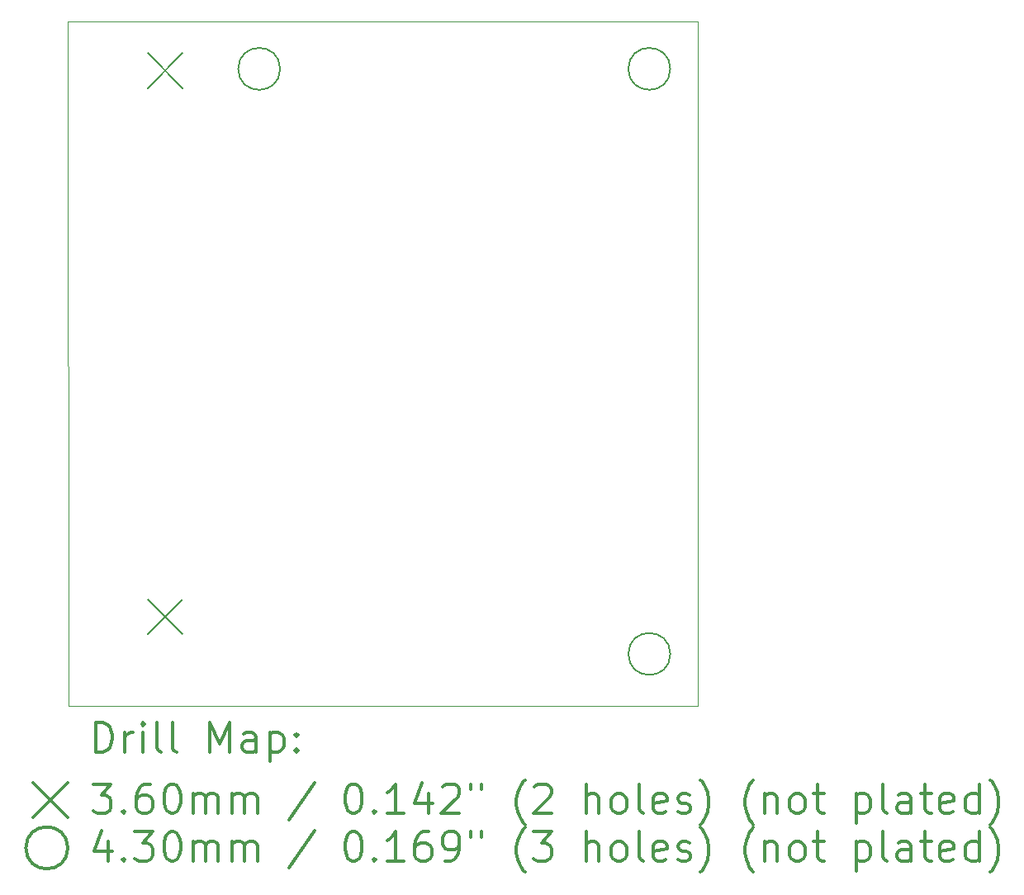
<source format=gbr>
%FSLAX45Y45*%
G04 Gerber Fmt 4.5, Leading zero omitted, Abs format (unit mm)*
G04 Created by KiCad (PCBNEW (5.1.6-0-10_14)) date 2020-08-18 22:59:48*
%MOMM*%
%LPD*%
G01*
G04 APERTURE LIST*
%TA.AperFunction,Profile*%
%ADD10C,0.050000*%
%TD*%
%ADD11C,0.200000*%
%ADD12C,0.300000*%
G04 APERTURE END LIST*
D10*
X17376140Y-6273810D02*
X10922000Y-6273800D01*
X17376140Y-13292160D02*
X17376140Y-6273810D01*
X10926140Y-13290810D02*
X17376140Y-13292160D01*
X10922000Y-6273800D02*
X10926140Y-13290810D01*
D11*
X11736280Y-6595810D02*
X12096280Y-6955810D01*
X12096280Y-6595810D02*
X11736280Y-6955810D01*
X11736280Y-12195810D02*
X12096280Y-12555810D01*
X12096280Y-12195810D02*
X11736280Y-12555810D01*
X13096480Y-6756410D02*
G75*
G03*
X13096480Y-6756410I-215000J0D01*
G01*
X17096480Y-6756410D02*
G75*
G03*
X17096480Y-6756410I-215000J0D01*
G01*
X17096480Y-12756410D02*
G75*
G03*
X17096480Y-12756410I-215000J0D01*
G01*
D12*
X11205928Y-13760374D02*
X11205928Y-13460374D01*
X11277357Y-13460374D01*
X11320214Y-13474660D01*
X11348786Y-13503231D01*
X11363071Y-13531803D01*
X11377357Y-13588946D01*
X11377357Y-13631803D01*
X11363071Y-13688946D01*
X11348786Y-13717517D01*
X11320214Y-13746089D01*
X11277357Y-13760374D01*
X11205928Y-13760374D01*
X11505928Y-13760374D02*
X11505928Y-13560374D01*
X11505928Y-13617517D02*
X11520214Y-13588946D01*
X11534500Y-13574660D01*
X11563071Y-13560374D01*
X11591643Y-13560374D01*
X11691643Y-13760374D02*
X11691643Y-13560374D01*
X11691643Y-13460374D02*
X11677357Y-13474660D01*
X11691643Y-13488946D01*
X11705928Y-13474660D01*
X11691643Y-13460374D01*
X11691643Y-13488946D01*
X11877357Y-13760374D02*
X11848786Y-13746089D01*
X11834500Y-13717517D01*
X11834500Y-13460374D01*
X12034500Y-13760374D02*
X12005928Y-13746089D01*
X11991643Y-13717517D01*
X11991643Y-13460374D01*
X12377357Y-13760374D02*
X12377357Y-13460374D01*
X12477357Y-13674660D01*
X12577357Y-13460374D01*
X12577357Y-13760374D01*
X12848786Y-13760374D02*
X12848786Y-13603231D01*
X12834500Y-13574660D01*
X12805928Y-13560374D01*
X12748786Y-13560374D01*
X12720214Y-13574660D01*
X12848786Y-13746089D02*
X12820214Y-13760374D01*
X12748786Y-13760374D01*
X12720214Y-13746089D01*
X12705928Y-13717517D01*
X12705928Y-13688946D01*
X12720214Y-13660374D01*
X12748786Y-13646089D01*
X12820214Y-13646089D01*
X12848786Y-13631803D01*
X12991643Y-13560374D02*
X12991643Y-13860374D01*
X12991643Y-13574660D02*
X13020214Y-13560374D01*
X13077357Y-13560374D01*
X13105928Y-13574660D01*
X13120214Y-13588946D01*
X13134500Y-13617517D01*
X13134500Y-13703231D01*
X13120214Y-13731803D01*
X13105928Y-13746089D01*
X13077357Y-13760374D01*
X13020214Y-13760374D01*
X12991643Y-13746089D01*
X13263071Y-13731803D02*
X13277357Y-13746089D01*
X13263071Y-13760374D01*
X13248786Y-13746089D01*
X13263071Y-13731803D01*
X13263071Y-13760374D01*
X13263071Y-13574660D02*
X13277357Y-13588946D01*
X13263071Y-13603231D01*
X13248786Y-13588946D01*
X13263071Y-13574660D01*
X13263071Y-13603231D01*
X10559500Y-14074660D02*
X10919500Y-14434660D01*
X10919500Y-14074660D02*
X10559500Y-14434660D01*
X11177357Y-14090374D02*
X11363071Y-14090374D01*
X11263071Y-14204660D01*
X11305928Y-14204660D01*
X11334500Y-14218946D01*
X11348786Y-14233231D01*
X11363071Y-14261803D01*
X11363071Y-14333231D01*
X11348786Y-14361803D01*
X11334500Y-14376089D01*
X11305928Y-14390374D01*
X11220214Y-14390374D01*
X11191643Y-14376089D01*
X11177357Y-14361803D01*
X11491643Y-14361803D02*
X11505928Y-14376089D01*
X11491643Y-14390374D01*
X11477357Y-14376089D01*
X11491643Y-14361803D01*
X11491643Y-14390374D01*
X11763071Y-14090374D02*
X11705928Y-14090374D01*
X11677357Y-14104660D01*
X11663071Y-14118946D01*
X11634500Y-14161803D01*
X11620214Y-14218946D01*
X11620214Y-14333231D01*
X11634500Y-14361803D01*
X11648786Y-14376089D01*
X11677357Y-14390374D01*
X11734500Y-14390374D01*
X11763071Y-14376089D01*
X11777357Y-14361803D01*
X11791643Y-14333231D01*
X11791643Y-14261803D01*
X11777357Y-14233231D01*
X11763071Y-14218946D01*
X11734500Y-14204660D01*
X11677357Y-14204660D01*
X11648786Y-14218946D01*
X11634500Y-14233231D01*
X11620214Y-14261803D01*
X11977357Y-14090374D02*
X12005928Y-14090374D01*
X12034500Y-14104660D01*
X12048786Y-14118946D01*
X12063071Y-14147517D01*
X12077357Y-14204660D01*
X12077357Y-14276089D01*
X12063071Y-14333231D01*
X12048786Y-14361803D01*
X12034500Y-14376089D01*
X12005928Y-14390374D01*
X11977357Y-14390374D01*
X11948786Y-14376089D01*
X11934500Y-14361803D01*
X11920214Y-14333231D01*
X11905928Y-14276089D01*
X11905928Y-14204660D01*
X11920214Y-14147517D01*
X11934500Y-14118946D01*
X11948786Y-14104660D01*
X11977357Y-14090374D01*
X12205928Y-14390374D02*
X12205928Y-14190374D01*
X12205928Y-14218946D02*
X12220214Y-14204660D01*
X12248786Y-14190374D01*
X12291643Y-14190374D01*
X12320214Y-14204660D01*
X12334500Y-14233231D01*
X12334500Y-14390374D01*
X12334500Y-14233231D02*
X12348786Y-14204660D01*
X12377357Y-14190374D01*
X12420214Y-14190374D01*
X12448786Y-14204660D01*
X12463071Y-14233231D01*
X12463071Y-14390374D01*
X12605928Y-14390374D02*
X12605928Y-14190374D01*
X12605928Y-14218946D02*
X12620214Y-14204660D01*
X12648786Y-14190374D01*
X12691643Y-14190374D01*
X12720214Y-14204660D01*
X12734500Y-14233231D01*
X12734500Y-14390374D01*
X12734500Y-14233231D02*
X12748786Y-14204660D01*
X12777357Y-14190374D01*
X12820214Y-14190374D01*
X12848786Y-14204660D01*
X12863071Y-14233231D01*
X12863071Y-14390374D01*
X13448786Y-14076089D02*
X13191643Y-14461803D01*
X13834500Y-14090374D02*
X13863071Y-14090374D01*
X13891643Y-14104660D01*
X13905928Y-14118946D01*
X13920214Y-14147517D01*
X13934500Y-14204660D01*
X13934500Y-14276089D01*
X13920214Y-14333231D01*
X13905928Y-14361803D01*
X13891643Y-14376089D01*
X13863071Y-14390374D01*
X13834500Y-14390374D01*
X13805928Y-14376089D01*
X13791643Y-14361803D01*
X13777357Y-14333231D01*
X13763071Y-14276089D01*
X13763071Y-14204660D01*
X13777357Y-14147517D01*
X13791643Y-14118946D01*
X13805928Y-14104660D01*
X13834500Y-14090374D01*
X14063071Y-14361803D02*
X14077357Y-14376089D01*
X14063071Y-14390374D01*
X14048786Y-14376089D01*
X14063071Y-14361803D01*
X14063071Y-14390374D01*
X14363071Y-14390374D02*
X14191643Y-14390374D01*
X14277357Y-14390374D02*
X14277357Y-14090374D01*
X14248786Y-14133231D01*
X14220214Y-14161803D01*
X14191643Y-14176089D01*
X14620214Y-14190374D02*
X14620214Y-14390374D01*
X14548786Y-14076089D02*
X14477357Y-14290374D01*
X14663071Y-14290374D01*
X14763071Y-14118946D02*
X14777357Y-14104660D01*
X14805928Y-14090374D01*
X14877357Y-14090374D01*
X14905928Y-14104660D01*
X14920214Y-14118946D01*
X14934500Y-14147517D01*
X14934500Y-14176089D01*
X14920214Y-14218946D01*
X14748786Y-14390374D01*
X14934500Y-14390374D01*
X15048786Y-14090374D02*
X15048786Y-14147517D01*
X15163071Y-14090374D02*
X15163071Y-14147517D01*
X15605928Y-14504660D02*
X15591643Y-14490374D01*
X15563071Y-14447517D01*
X15548786Y-14418946D01*
X15534500Y-14376089D01*
X15520214Y-14304660D01*
X15520214Y-14247517D01*
X15534500Y-14176089D01*
X15548786Y-14133231D01*
X15563071Y-14104660D01*
X15591643Y-14061803D01*
X15605928Y-14047517D01*
X15705928Y-14118946D02*
X15720214Y-14104660D01*
X15748786Y-14090374D01*
X15820214Y-14090374D01*
X15848786Y-14104660D01*
X15863071Y-14118946D01*
X15877357Y-14147517D01*
X15877357Y-14176089D01*
X15863071Y-14218946D01*
X15691643Y-14390374D01*
X15877357Y-14390374D01*
X16234500Y-14390374D02*
X16234500Y-14090374D01*
X16363071Y-14390374D02*
X16363071Y-14233231D01*
X16348786Y-14204660D01*
X16320214Y-14190374D01*
X16277357Y-14190374D01*
X16248786Y-14204660D01*
X16234500Y-14218946D01*
X16548786Y-14390374D02*
X16520214Y-14376089D01*
X16505928Y-14361803D01*
X16491643Y-14333231D01*
X16491643Y-14247517D01*
X16505928Y-14218946D01*
X16520214Y-14204660D01*
X16548786Y-14190374D01*
X16591643Y-14190374D01*
X16620214Y-14204660D01*
X16634500Y-14218946D01*
X16648786Y-14247517D01*
X16648786Y-14333231D01*
X16634500Y-14361803D01*
X16620214Y-14376089D01*
X16591643Y-14390374D01*
X16548786Y-14390374D01*
X16820214Y-14390374D02*
X16791643Y-14376089D01*
X16777357Y-14347517D01*
X16777357Y-14090374D01*
X17048786Y-14376089D02*
X17020214Y-14390374D01*
X16963071Y-14390374D01*
X16934500Y-14376089D01*
X16920214Y-14347517D01*
X16920214Y-14233231D01*
X16934500Y-14204660D01*
X16963071Y-14190374D01*
X17020214Y-14190374D01*
X17048786Y-14204660D01*
X17063071Y-14233231D01*
X17063071Y-14261803D01*
X16920214Y-14290374D01*
X17177357Y-14376089D02*
X17205928Y-14390374D01*
X17263071Y-14390374D01*
X17291643Y-14376089D01*
X17305928Y-14347517D01*
X17305928Y-14333231D01*
X17291643Y-14304660D01*
X17263071Y-14290374D01*
X17220214Y-14290374D01*
X17191643Y-14276089D01*
X17177357Y-14247517D01*
X17177357Y-14233231D01*
X17191643Y-14204660D01*
X17220214Y-14190374D01*
X17263071Y-14190374D01*
X17291643Y-14204660D01*
X17405928Y-14504660D02*
X17420214Y-14490374D01*
X17448786Y-14447517D01*
X17463071Y-14418946D01*
X17477357Y-14376089D01*
X17491643Y-14304660D01*
X17491643Y-14247517D01*
X17477357Y-14176089D01*
X17463071Y-14133231D01*
X17448786Y-14104660D01*
X17420214Y-14061803D01*
X17405928Y-14047517D01*
X17948786Y-14504660D02*
X17934500Y-14490374D01*
X17905928Y-14447517D01*
X17891643Y-14418946D01*
X17877357Y-14376089D01*
X17863071Y-14304660D01*
X17863071Y-14247517D01*
X17877357Y-14176089D01*
X17891643Y-14133231D01*
X17905928Y-14104660D01*
X17934500Y-14061803D01*
X17948786Y-14047517D01*
X18063071Y-14190374D02*
X18063071Y-14390374D01*
X18063071Y-14218946D02*
X18077357Y-14204660D01*
X18105928Y-14190374D01*
X18148786Y-14190374D01*
X18177357Y-14204660D01*
X18191643Y-14233231D01*
X18191643Y-14390374D01*
X18377357Y-14390374D02*
X18348786Y-14376089D01*
X18334500Y-14361803D01*
X18320214Y-14333231D01*
X18320214Y-14247517D01*
X18334500Y-14218946D01*
X18348786Y-14204660D01*
X18377357Y-14190374D01*
X18420214Y-14190374D01*
X18448786Y-14204660D01*
X18463071Y-14218946D01*
X18477357Y-14247517D01*
X18477357Y-14333231D01*
X18463071Y-14361803D01*
X18448786Y-14376089D01*
X18420214Y-14390374D01*
X18377357Y-14390374D01*
X18563071Y-14190374D02*
X18677357Y-14190374D01*
X18605928Y-14090374D02*
X18605928Y-14347517D01*
X18620214Y-14376089D01*
X18648786Y-14390374D01*
X18677357Y-14390374D01*
X19005928Y-14190374D02*
X19005928Y-14490374D01*
X19005928Y-14204660D02*
X19034500Y-14190374D01*
X19091643Y-14190374D01*
X19120214Y-14204660D01*
X19134500Y-14218946D01*
X19148786Y-14247517D01*
X19148786Y-14333231D01*
X19134500Y-14361803D01*
X19120214Y-14376089D01*
X19091643Y-14390374D01*
X19034500Y-14390374D01*
X19005928Y-14376089D01*
X19320214Y-14390374D02*
X19291643Y-14376089D01*
X19277357Y-14347517D01*
X19277357Y-14090374D01*
X19563071Y-14390374D02*
X19563071Y-14233231D01*
X19548786Y-14204660D01*
X19520214Y-14190374D01*
X19463071Y-14190374D01*
X19434500Y-14204660D01*
X19563071Y-14376089D02*
X19534500Y-14390374D01*
X19463071Y-14390374D01*
X19434500Y-14376089D01*
X19420214Y-14347517D01*
X19420214Y-14318946D01*
X19434500Y-14290374D01*
X19463071Y-14276089D01*
X19534500Y-14276089D01*
X19563071Y-14261803D01*
X19663071Y-14190374D02*
X19777357Y-14190374D01*
X19705928Y-14090374D02*
X19705928Y-14347517D01*
X19720214Y-14376089D01*
X19748786Y-14390374D01*
X19777357Y-14390374D01*
X19991643Y-14376089D02*
X19963071Y-14390374D01*
X19905928Y-14390374D01*
X19877357Y-14376089D01*
X19863071Y-14347517D01*
X19863071Y-14233231D01*
X19877357Y-14204660D01*
X19905928Y-14190374D01*
X19963071Y-14190374D01*
X19991643Y-14204660D01*
X20005928Y-14233231D01*
X20005928Y-14261803D01*
X19863071Y-14290374D01*
X20263071Y-14390374D02*
X20263071Y-14090374D01*
X20263071Y-14376089D02*
X20234500Y-14390374D01*
X20177357Y-14390374D01*
X20148786Y-14376089D01*
X20134500Y-14361803D01*
X20120214Y-14333231D01*
X20120214Y-14247517D01*
X20134500Y-14218946D01*
X20148786Y-14204660D01*
X20177357Y-14190374D01*
X20234500Y-14190374D01*
X20263071Y-14204660D01*
X20377357Y-14504660D02*
X20391643Y-14490374D01*
X20420214Y-14447517D01*
X20434500Y-14418946D01*
X20448786Y-14376089D01*
X20463071Y-14304660D01*
X20463071Y-14247517D01*
X20448786Y-14176089D01*
X20434500Y-14133231D01*
X20420214Y-14104660D01*
X20391643Y-14061803D01*
X20377357Y-14047517D01*
X10919500Y-14744660D02*
G75*
G03*
X10919500Y-14744660I-215000J0D01*
G01*
X11334500Y-14680374D02*
X11334500Y-14880374D01*
X11263071Y-14566089D02*
X11191643Y-14780374D01*
X11377357Y-14780374D01*
X11491643Y-14851803D02*
X11505928Y-14866089D01*
X11491643Y-14880374D01*
X11477357Y-14866089D01*
X11491643Y-14851803D01*
X11491643Y-14880374D01*
X11605928Y-14580374D02*
X11791643Y-14580374D01*
X11691643Y-14694660D01*
X11734500Y-14694660D01*
X11763071Y-14708946D01*
X11777357Y-14723231D01*
X11791643Y-14751803D01*
X11791643Y-14823231D01*
X11777357Y-14851803D01*
X11763071Y-14866089D01*
X11734500Y-14880374D01*
X11648786Y-14880374D01*
X11620214Y-14866089D01*
X11605928Y-14851803D01*
X11977357Y-14580374D02*
X12005928Y-14580374D01*
X12034500Y-14594660D01*
X12048786Y-14608946D01*
X12063071Y-14637517D01*
X12077357Y-14694660D01*
X12077357Y-14766089D01*
X12063071Y-14823231D01*
X12048786Y-14851803D01*
X12034500Y-14866089D01*
X12005928Y-14880374D01*
X11977357Y-14880374D01*
X11948786Y-14866089D01*
X11934500Y-14851803D01*
X11920214Y-14823231D01*
X11905928Y-14766089D01*
X11905928Y-14694660D01*
X11920214Y-14637517D01*
X11934500Y-14608946D01*
X11948786Y-14594660D01*
X11977357Y-14580374D01*
X12205928Y-14880374D02*
X12205928Y-14680374D01*
X12205928Y-14708946D02*
X12220214Y-14694660D01*
X12248786Y-14680374D01*
X12291643Y-14680374D01*
X12320214Y-14694660D01*
X12334500Y-14723231D01*
X12334500Y-14880374D01*
X12334500Y-14723231D02*
X12348786Y-14694660D01*
X12377357Y-14680374D01*
X12420214Y-14680374D01*
X12448786Y-14694660D01*
X12463071Y-14723231D01*
X12463071Y-14880374D01*
X12605928Y-14880374D02*
X12605928Y-14680374D01*
X12605928Y-14708946D02*
X12620214Y-14694660D01*
X12648786Y-14680374D01*
X12691643Y-14680374D01*
X12720214Y-14694660D01*
X12734500Y-14723231D01*
X12734500Y-14880374D01*
X12734500Y-14723231D02*
X12748786Y-14694660D01*
X12777357Y-14680374D01*
X12820214Y-14680374D01*
X12848786Y-14694660D01*
X12863071Y-14723231D01*
X12863071Y-14880374D01*
X13448786Y-14566089D02*
X13191643Y-14951803D01*
X13834500Y-14580374D02*
X13863071Y-14580374D01*
X13891643Y-14594660D01*
X13905928Y-14608946D01*
X13920214Y-14637517D01*
X13934500Y-14694660D01*
X13934500Y-14766089D01*
X13920214Y-14823231D01*
X13905928Y-14851803D01*
X13891643Y-14866089D01*
X13863071Y-14880374D01*
X13834500Y-14880374D01*
X13805928Y-14866089D01*
X13791643Y-14851803D01*
X13777357Y-14823231D01*
X13763071Y-14766089D01*
X13763071Y-14694660D01*
X13777357Y-14637517D01*
X13791643Y-14608946D01*
X13805928Y-14594660D01*
X13834500Y-14580374D01*
X14063071Y-14851803D02*
X14077357Y-14866089D01*
X14063071Y-14880374D01*
X14048786Y-14866089D01*
X14063071Y-14851803D01*
X14063071Y-14880374D01*
X14363071Y-14880374D02*
X14191643Y-14880374D01*
X14277357Y-14880374D02*
X14277357Y-14580374D01*
X14248786Y-14623231D01*
X14220214Y-14651803D01*
X14191643Y-14666089D01*
X14620214Y-14580374D02*
X14563071Y-14580374D01*
X14534500Y-14594660D01*
X14520214Y-14608946D01*
X14491643Y-14651803D01*
X14477357Y-14708946D01*
X14477357Y-14823231D01*
X14491643Y-14851803D01*
X14505928Y-14866089D01*
X14534500Y-14880374D01*
X14591643Y-14880374D01*
X14620214Y-14866089D01*
X14634500Y-14851803D01*
X14648786Y-14823231D01*
X14648786Y-14751803D01*
X14634500Y-14723231D01*
X14620214Y-14708946D01*
X14591643Y-14694660D01*
X14534500Y-14694660D01*
X14505928Y-14708946D01*
X14491643Y-14723231D01*
X14477357Y-14751803D01*
X14791643Y-14880374D02*
X14848786Y-14880374D01*
X14877357Y-14866089D01*
X14891643Y-14851803D01*
X14920214Y-14808946D01*
X14934500Y-14751803D01*
X14934500Y-14637517D01*
X14920214Y-14608946D01*
X14905928Y-14594660D01*
X14877357Y-14580374D01*
X14820214Y-14580374D01*
X14791643Y-14594660D01*
X14777357Y-14608946D01*
X14763071Y-14637517D01*
X14763071Y-14708946D01*
X14777357Y-14737517D01*
X14791643Y-14751803D01*
X14820214Y-14766089D01*
X14877357Y-14766089D01*
X14905928Y-14751803D01*
X14920214Y-14737517D01*
X14934500Y-14708946D01*
X15048786Y-14580374D02*
X15048786Y-14637517D01*
X15163071Y-14580374D02*
X15163071Y-14637517D01*
X15605928Y-14994660D02*
X15591643Y-14980374D01*
X15563071Y-14937517D01*
X15548786Y-14908946D01*
X15534500Y-14866089D01*
X15520214Y-14794660D01*
X15520214Y-14737517D01*
X15534500Y-14666089D01*
X15548786Y-14623231D01*
X15563071Y-14594660D01*
X15591643Y-14551803D01*
X15605928Y-14537517D01*
X15691643Y-14580374D02*
X15877357Y-14580374D01*
X15777357Y-14694660D01*
X15820214Y-14694660D01*
X15848786Y-14708946D01*
X15863071Y-14723231D01*
X15877357Y-14751803D01*
X15877357Y-14823231D01*
X15863071Y-14851803D01*
X15848786Y-14866089D01*
X15820214Y-14880374D01*
X15734500Y-14880374D01*
X15705928Y-14866089D01*
X15691643Y-14851803D01*
X16234500Y-14880374D02*
X16234500Y-14580374D01*
X16363071Y-14880374D02*
X16363071Y-14723231D01*
X16348786Y-14694660D01*
X16320214Y-14680374D01*
X16277357Y-14680374D01*
X16248786Y-14694660D01*
X16234500Y-14708946D01*
X16548786Y-14880374D02*
X16520214Y-14866089D01*
X16505928Y-14851803D01*
X16491643Y-14823231D01*
X16491643Y-14737517D01*
X16505928Y-14708946D01*
X16520214Y-14694660D01*
X16548786Y-14680374D01*
X16591643Y-14680374D01*
X16620214Y-14694660D01*
X16634500Y-14708946D01*
X16648786Y-14737517D01*
X16648786Y-14823231D01*
X16634500Y-14851803D01*
X16620214Y-14866089D01*
X16591643Y-14880374D01*
X16548786Y-14880374D01*
X16820214Y-14880374D02*
X16791643Y-14866089D01*
X16777357Y-14837517D01*
X16777357Y-14580374D01*
X17048786Y-14866089D02*
X17020214Y-14880374D01*
X16963071Y-14880374D01*
X16934500Y-14866089D01*
X16920214Y-14837517D01*
X16920214Y-14723231D01*
X16934500Y-14694660D01*
X16963071Y-14680374D01*
X17020214Y-14680374D01*
X17048786Y-14694660D01*
X17063071Y-14723231D01*
X17063071Y-14751803D01*
X16920214Y-14780374D01*
X17177357Y-14866089D02*
X17205928Y-14880374D01*
X17263071Y-14880374D01*
X17291643Y-14866089D01*
X17305928Y-14837517D01*
X17305928Y-14823231D01*
X17291643Y-14794660D01*
X17263071Y-14780374D01*
X17220214Y-14780374D01*
X17191643Y-14766089D01*
X17177357Y-14737517D01*
X17177357Y-14723231D01*
X17191643Y-14694660D01*
X17220214Y-14680374D01*
X17263071Y-14680374D01*
X17291643Y-14694660D01*
X17405928Y-14994660D02*
X17420214Y-14980374D01*
X17448786Y-14937517D01*
X17463071Y-14908946D01*
X17477357Y-14866089D01*
X17491643Y-14794660D01*
X17491643Y-14737517D01*
X17477357Y-14666089D01*
X17463071Y-14623231D01*
X17448786Y-14594660D01*
X17420214Y-14551803D01*
X17405928Y-14537517D01*
X17948786Y-14994660D02*
X17934500Y-14980374D01*
X17905928Y-14937517D01*
X17891643Y-14908946D01*
X17877357Y-14866089D01*
X17863071Y-14794660D01*
X17863071Y-14737517D01*
X17877357Y-14666089D01*
X17891643Y-14623231D01*
X17905928Y-14594660D01*
X17934500Y-14551803D01*
X17948786Y-14537517D01*
X18063071Y-14680374D02*
X18063071Y-14880374D01*
X18063071Y-14708946D02*
X18077357Y-14694660D01*
X18105928Y-14680374D01*
X18148786Y-14680374D01*
X18177357Y-14694660D01*
X18191643Y-14723231D01*
X18191643Y-14880374D01*
X18377357Y-14880374D02*
X18348786Y-14866089D01*
X18334500Y-14851803D01*
X18320214Y-14823231D01*
X18320214Y-14737517D01*
X18334500Y-14708946D01*
X18348786Y-14694660D01*
X18377357Y-14680374D01*
X18420214Y-14680374D01*
X18448786Y-14694660D01*
X18463071Y-14708946D01*
X18477357Y-14737517D01*
X18477357Y-14823231D01*
X18463071Y-14851803D01*
X18448786Y-14866089D01*
X18420214Y-14880374D01*
X18377357Y-14880374D01*
X18563071Y-14680374D02*
X18677357Y-14680374D01*
X18605928Y-14580374D02*
X18605928Y-14837517D01*
X18620214Y-14866089D01*
X18648786Y-14880374D01*
X18677357Y-14880374D01*
X19005928Y-14680374D02*
X19005928Y-14980374D01*
X19005928Y-14694660D02*
X19034500Y-14680374D01*
X19091643Y-14680374D01*
X19120214Y-14694660D01*
X19134500Y-14708946D01*
X19148786Y-14737517D01*
X19148786Y-14823231D01*
X19134500Y-14851803D01*
X19120214Y-14866089D01*
X19091643Y-14880374D01*
X19034500Y-14880374D01*
X19005928Y-14866089D01*
X19320214Y-14880374D02*
X19291643Y-14866089D01*
X19277357Y-14837517D01*
X19277357Y-14580374D01*
X19563071Y-14880374D02*
X19563071Y-14723231D01*
X19548786Y-14694660D01*
X19520214Y-14680374D01*
X19463071Y-14680374D01*
X19434500Y-14694660D01*
X19563071Y-14866089D02*
X19534500Y-14880374D01*
X19463071Y-14880374D01*
X19434500Y-14866089D01*
X19420214Y-14837517D01*
X19420214Y-14808946D01*
X19434500Y-14780374D01*
X19463071Y-14766089D01*
X19534500Y-14766089D01*
X19563071Y-14751803D01*
X19663071Y-14680374D02*
X19777357Y-14680374D01*
X19705928Y-14580374D02*
X19705928Y-14837517D01*
X19720214Y-14866089D01*
X19748786Y-14880374D01*
X19777357Y-14880374D01*
X19991643Y-14866089D02*
X19963071Y-14880374D01*
X19905928Y-14880374D01*
X19877357Y-14866089D01*
X19863071Y-14837517D01*
X19863071Y-14723231D01*
X19877357Y-14694660D01*
X19905928Y-14680374D01*
X19963071Y-14680374D01*
X19991643Y-14694660D01*
X20005928Y-14723231D01*
X20005928Y-14751803D01*
X19863071Y-14780374D01*
X20263071Y-14880374D02*
X20263071Y-14580374D01*
X20263071Y-14866089D02*
X20234500Y-14880374D01*
X20177357Y-14880374D01*
X20148786Y-14866089D01*
X20134500Y-14851803D01*
X20120214Y-14823231D01*
X20120214Y-14737517D01*
X20134500Y-14708946D01*
X20148786Y-14694660D01*
X20177357Y-14680374D01*
X20234500Y-14680374D01*
X20263071Y-14694660D01*
X20377357Y-14994660D02*
X20391643Y-14980374D01*
X20420214Y-14937517D01*
X20434500Y-14908946D01*
X20448786Y-14866089D01*
X20463071Y-14794660D01*
X20463071Y-14737517D01*
X20448786Y-14666089D01*
X20434500Y-14623231D01*
X20420214Y-14594660D01*
X20391643Y-14551803D01*
X20377357Y-14537517D01*
M02*

</source>
